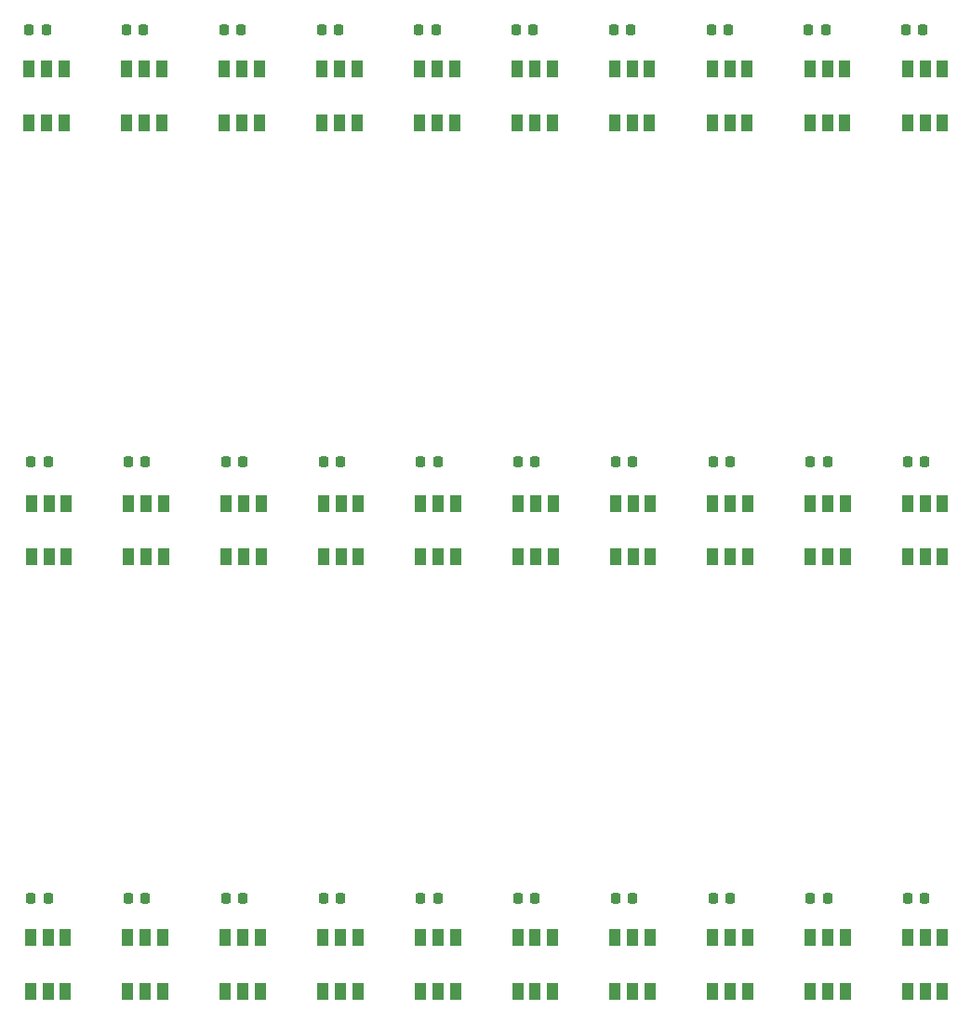
<source format=gbr>
%TF.GenerationSoftware,KiCad,Pcbnew,7.0.2*%
%TF.CreationDate,2023-08-16T13:52:21+02:00*%
%TF.ProjectId,TestingRig,54657374-696e-4675-9269-672e6b696361,rev?*%
%TF.SameCoordinates,Original*%
%TF.FileFunction,Paste,Top*%
%TF.FilePolarity,Positive*%
%FSLAX46Y46*%
G04 Gerber Fmt 4.6, Leading zero omitted, Abs format (unit mm)*
G04 Created by KiCad (PCBNEW 7.0.2) date 2023-08-16 13:52:21*
%MOMM*%
%LPD*%
G01*
G04 APERTURE LIST*
G04 Aperture macros list*
%AMRoundRect*
0 Rectangle with rounded corners*
0 $1 Rounding radius*
0 $2 $3 $4 $5 $6 $7 $8 $9 X,Y pos of 4 corners*
0 Add a 4 corners polygon primitive as box body*
4,1,4,$2,$3,$4,$5,$6,$7,$8,$9,$2,$3,0*
0 Add four circle primitives for the rounded corners*
1,1,$1+$1,$2,$3*
1,1,$1+$1,$4,$5*
1,1,$1+$1,$6,$7*
1,1,$1+$1,$8,$9*
0 Add four rect primitives between the rounded corners*
20,1,$1+$1,$2,$3,$4,$5,0*
20,1,$1+$1,$4,$5,$6,$7,0*
20,1,$1+$1,$6,$7,$8,$9,0*
20,1,$1+$1,$8,$9,$2,$3,0*%
G04 Aperture macros list end*
%ADD10RoundRect,0.225000X-0.225000X-0.250000X0.225000X-0.250000X0.225000X0.250000X-0.225000X0.250000X0*%
%ADD11R,1.000000X1.500000*%
G04 APERTURE END LIST*
D10*
%TO.C,C30*%
X243419063Y-41000000D03*
X241869063Y-41000000D03*
%TD*%
%TO.C,C29*%
X234550244Y-41000000D03*
X233000244Y-41000000D03*
%TD*%
%TO.C,C28*%
X225681433Y-41000000D03*
X224131433Y-41000000D03*
%TD*%
%TO.C,C27*%
X216812622Y-41000000D03*
X215262622Y-41000000D03*
%TD*%
%TO.C,C26*%
X199075000Y-41000000D03*
X197525000Y-41000000D03*
%TD*%
%TO.C,C25*%
X190206189Y-41000000D03*
X188656189Y-41000000D03*
%TD*%
%TO.C,C24*%
X181337378Y-41000000D03*
X179787378Y-41000000D03*
%TD*%
%TO.C,C23*%
X172468567Y-41000000D03*
X170918567Y-41000000D03*
%TD*%
%TO.C,C22*%
X207943811Y-41000000D03*
X206393811Y-41000000D03*
%TD*%
%TO.C,C21*%
X163599756Y-41000000D03*
X162049756Y-41000000D03*
%TD*%
%TO.C,C20*%
X242031192Y-80300000D03*
X243581192Y-80300000D03*
%TD*%
%TO.C,C19*%
X197687544Y-80300000D03*
X199237544Y-80300000D03*
%TD*%
%TO.C,C18*%
X233162456Y-80300000D03*
X234712456Y-80300000D03*
%TD*%
%TO.C,C17*%
X206556272Y-80300000D03*
X208106272Y-80300000D03*
%TD*%
%TO.C,C16*%
X224293728Y-80300000D03*
X225843728Y-80300000D03*
%TD*%
%TO.C,C15*%
X215425000Y-80300000D03*
X216975000Y-80300000D03*
%TD*%
%TO.C,C14*%
X190368816Y-80300000D03*
X188818816Y-80300000D03*
%TD*%
%TO.C,C13*%
X181500088Y-80300000D03*
X179950088Y-80300000D03*
%TD*%
%TO.C,C12*%
X172631360Y-80300000D03*
X171081360Y-80300000D03*
%TD*%
%TO.C,C11*%
X163762632Y-80300000D03*
X162212632Y-80300000D03*
%TD*%
%TO.C,C10*%
X242042075Y-120002232D03*
X243592075Y-120002232D03*
%TD*%
%TO.C,C9*%
X233172280Y-120002232D03*
X234722280Y-120002232D03*
%TD*%
D11*
%TO.C,D30*%
X242000000Y-49450000D03*
X243600000Y-49450000D03*
X245200000Y-49450000D03*
X245200000Y-44550000D03*
X243600000Y-44550000D03*
X242000000Y-44550000D03*
%TD*%
%TO.C,D29*%
X233111104Y-49450000D03*
X234711104Y-49450000D03*
X236311104Y-49450000D03*
X236311104Y-44550000D03*
X234711104Y-44550000D03*
X233111104Y-44550000D03*
%TD*%
%TO.C,D28*%
X224222216Y-49450000D03*
X225822216Y-49450000D03*
X227422216Y-49450000D03*
X227422216Y-44550000D03*
X225822216Y-44550000D03*
X224222216Y-44550000D03*
%TD*%
%TO.C,D27*%
X215333328Y-49450000D03*
X216933328Y-49450000D03*
X218533328Y-49450000D03*
X218533328Y-44550000D03*
X216933328Y-44550000D03*
X215333328Y-44550000D03*
%TD*%
%TO.C,D26*%
X206444440Y-49450000D03*
X208044440Y-49450000D03*
X209644440Y-49450000D03*
X209644440Y-44550000D03*
X208044440Y-44550000D03*
X206444440Y-44550000D03*
%TD*%
%TO.C,D25*%
X197555552Y-49450000D03*
X199155552Y-49450000D03*
X200755552Y-49450000D03*
X200755552Y-44550000D03*
X199155552Y-44550000D03*
X197555552Y-44550000D03*
%TD*%
%TO.C,D24*%
X188666664Y-49450000D03*
X190266664Y-49450000D03*
X191866664Y-49450000D03*
X191866664Y-44550000D03*
X190266664Y-44550000D03*
X188666664Y-44550000D03*
%TD*%
%TO.C,D23*%
X179777776Y-49450000D03*
X181377776Y-49450000D03*
X182977776Y-49450000D03*
X182977776Y-44550000D03*
X181377776Y-44550000D03*
X179777776Y-44550000D03*
%TD*%
%TO.C,D22*%
X170888888Y-49450000D03*
X172488888Y-49450000D03*
X174088888Y-49450000D03*
X174088888Y-44550000D03*
X172488888Y-44550000D03*
X170888888Y-44550000D03*
%TD*%
%TO.C,D21*%
X162000000Y-49450000D03*
X163600000Y-49450000D03*
X165200000Y-49450000D03*
X165200000Y-44550000D03*
X163600000Y-44550000D03*
X162000000Y-44550000D03*
%TD*%
%TO.C,D20*%
X242000000Y-88950000D03*
X243600000Y-88950000D03*
X245200000Y-88950000D03*
X245200000Y-84050000D03*
X243600000Y-84050000D03*
X242000000Y-84050000D03*
%TD*%
%TO.C,D19*%
X233137776Y-88950000D03*
X234737776Y-88950000D03*
X236337776Y-88950000D03*
X236337776Y-84050000D03*
X234737776Y-84050000D03*
X233137776Y-84050000D03*
%TD*%
%TO.C,D18*%
X224275554Y-88950000D03*
X225875554Y-88950000D03*
X227475554Y-88950000D03*
X227475554Y-84050000D03*
X225875554Y-84050000D03*
X224275554Y-84050000D03*
%TD*%
%TO.C,D17*%
X215413332Y-88950000D03*
X217013332Y-88950000D03*
X218613332Y-88950000D03*
X218613332Y-84050000D03*
X217013332Y-84050000D03*
X215413332Y-84050000D03*
%TD*%
%TO.C,D16*%
X206551110Y-88950000D03*
X208151110Y-88950000D03*
X209751110Y-88950000D03*
X209751110Y-84050000D03*
X208151110Y-84050000D03*
X206551110Y-84050000D03*
%TD*%
%TO.C,D15*%
X197688888Y-88950000D03*
X199288888Y-88950000D03*
X200888888Y-88950000D03*
X200888888Y-84050000D03*
X199288888Y-84050000D03*
X197688888Y-84050000D03*
%TD*%
%TO.C,D14*%
X188826666Y-88950000D03*
X190426666Y-88950000D03*
X192026666Y-88950000D03*
X192026666Y-84050000D03*
X190426666Y-84050000D03*
X188826666Y-84050000D03*
%TD*%
%TO.C,D13*%
X179964444Y-88950000D03*
X181564444Y-88950000D03*
X183164444Y-88950000D03*
X183164444Y-84050000D03*
X181564444Y-84050000D03*
X179964444Y-84050000D03*
%TD*%
%TO.C,D12*%
X171102222Y-88950000D03*
X172702222Y-88950000D03*
X174302222Y-88950000D03*
X174302222Y-84050000D03*
X172702222Y-84050000D03*
X171102222Y-84050000D03*
%TD*%
%TO.C,D11*%
X162240000Y-88950000D03*
X163840000Y-88950000D03*
X165440000Y-88950000D03*
X165440000Y-84050000D03*
X163840000Y-84050000D03*
X162240000Y-84050000D03*
%TD*%
%TO.C,D10*%
X242000000Y-123550000D03*
X243600000Y-123550000D03*
X245200000Y-123550000D03*
X245200000Y-128450000D03*
X243600000Y-128450000D03*
X242000000Y-128450000D03*
%TD*%
%TO.C,D9*%
X233128888Y-123550000D03*
X234728888Y-123550000D03*
X236328888Y-123550000D03*
X236328888Y-128450000D03*
X234728888Y-128450000D03*
X233128888Y-128450000D03*
%TD*%
%TO.C,D8*%
X224257777Y-123550000D03*
X225857777Y-123550000D03*
X227457777Y-123550000D03*
X227457777Y-128450000D03*
X225857777Y-128450000D03*
X224257777Y-128450000D03*
%TD*%
%TO.C,D7*%
X215386666Y-123550000D03*
X216986666Y-123550000D03*
X218586666Y-123550000D03*
X218586666Y-128450000D03*
X216986666Y-128450000D03*
X215386666Y-128450000D03*
%TD*%
%TO.C,D6*%
X206515555Y-123550000D03*
X208115555Y-123550000D03*
X209715555Y-123550000D03*
X209715555Y-128450000D03*
X208115555Y-128450000D03*
X206515555Y-128450000D03*
%TD*%
%TO.C,D5*%
X197644444Y-123550000D03*
X199244444Y-123550000D03*
X200844444Y-123550000D03*
X200844444Y-128450000D03*
X199244444Y-128450000D03*
X197644444Y-128450000D03*
%TD*%
%TO.C,D4*%
X188773333Y-123550000D03*
X190373333Y-123550000D03*
X191973333Y-123550000D03*
X191973333Y-128450000D03*
X190373333Y-128450000D03*
X188773333Y-128450000D03*
%TD*%
%TO.C,D3*%
X179902222Y-123550000D03*
X181502222Y-123550000D03*
X183102222Y-123550000D03*
X183102222Y-128450000D03*
X181502222Y-128450000D03*
X179902222Y-128450000D03*
%TD*%
%TO.C,D2*%
X171031111Y-123550000D03*
X172631111Y-123550000D03*
X174231111Y-123550000D03*
X174231111Y-128450000D03*
X172631111Y-128450000D03*
X171031111Y-128450000D03*
%TD*%
%TO.C,D1*%
X162160000Y-123550000D03*
X163760000Y-123550000D03*
X165360000Y-123550000D03*
X165360000Y-128450000D03*
X163760000Y-128450000D03*
X162160000Y-128450000D03*
%TD*%
D10*
%TO.C,C8*%
X224302493Y-120002232D03*
X225852493Y-120002232D03*
%TD*%
%TO.C,C7*%
X215432706Y-120002232D03*
X216982706Y-120002232D03*
%TD*%
%TO.C,C6*%
X206562919Y-120002232D03*
X208112919Y-120002232D03*
%TD*%
%TO.C,C5*%
X197693132Y-120002232D03*
X199243132Y-120002232D03*
%TD*%
%TO.C,C4*%
X188823345Y-120002232D03*
X190373345Y-120002232D03*
%TD*%
%TO.C,C3*%
X179953558Y-120002232D03*
X181503558Y-120002232D03*
%TD*%
%TO.C,C2*%
X171083771Y-120002232D03*
X172633771Y-120002232D03*
%TD*%
%TO.C,C1*%
X162213984Y-120000000D03*
X163763984Y-120000000D03*
%TD*%
M02*

</source>
